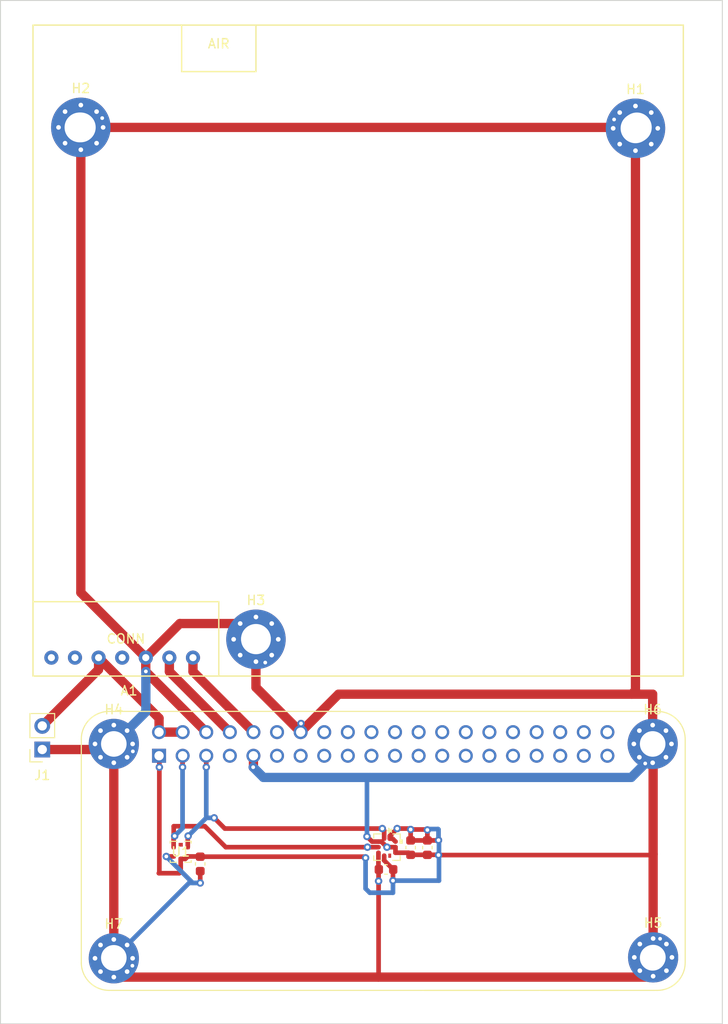
<source format=kicad_pcb>
(kicad_pcb (version 20211014) (generator pcbnew)
  (layers (0 "F.Cu" signal) (31 "B.Cu" signal) (34 "B.Paste" user) (35 "F.Paste" user) (36 "B.SilkS" user "B.Silkscreen") (37 "F.SilkS" user "F.Silkscreen") (38 "B.Mask" user) (39 "F.Mask" user) (44 "Edge.Cuts" user))
  (net 0 "")
  (net 1 "+3V3")
  (net 2 "+5V")
  (net 3 "SDA")
  (net 4 "SCL")
  (net 5 "GND")
  (net 7 "TXPi")
  (net 8 "RXPi")
  (footprint "MountingHole:MountingHole_2.7mm_M2.5_Pad_Via" (layer "F.Cu") (at 170.85 139.55)
    (fp_text reference "H5" (at 0 -3.7) (layer "F.SilkS"))
    (fp_text value "2.75")
    (pad "1" thru_hole circle locked (at -1.431891 -1.431891) (size 0.8 0.8) (drill 0.5) (layers *.Cu *.Mask) (net 5 "GND"))
    (pad "1" thru_hole circle (at -2.025 0) (size 0.8 0.8) (drill 0.5) (layers *.Cu *.Mask) (net 5 "GND"))
    (pad "1" thru_hole circle (at 0 -2.025) (size 0.8 0.8) (drill 0.5) (layers *.Cu *.Mask) (net 5 "GND"))
    (pad "1" thru_hole circle (at 0 2.025) (size 0.8 0.8) (drill 0.5) (layers *.Cu *.Mask) (net 5 "GND"))
    (pad "1" thru_hole circle (at -1.431891 1.431891) (size 0.8 0.8) (drill 0.5) (layers *.Cu *.Mask) (net 5 "GND"))
    (pad "1" thru_hole circle (at 1.431891 1.431891) (size 0.8 0.8) (drill 0.5) (layers *.Cu *.Mask) (net 5 "GND"))
    (pad "1" thru_hole circle (at 2.025 0) (size 0.8 0.8) (drill 0.5) (layers *.Cu *.Mask) (net 5 "GND"))
    (pad "1" thru_hole circle (at 1.431891 -1.431891) (size 0.8 0.8) (drill 0.5) (layers *.Cu *.Mask) (net 5 "GND"))
    (pad "1" thru_hole circle (at 0 0) (size 5.4 5.4) (drill 2.7) (layers *.Cu *.Mask) (net 5 "GND"))
  )
  (footprint "KiCad-OBC:LPS25H" (layer "F.Cu") (at 142.2 127.7 -90)
    (fp_text reference "U2")
    (fp_text value "LPS25H")
    (fp_text user "*" (at -1.778 -0.6 90) (layer "F.SilkS"))
    (fp_text user "*" (at -1.778 -0.6 90) (layer "F.SilkS"))
    (fp_line (start 1.4224 -1.4224) (end 0.933095 -1.4224) (layer "F.SilkS") (width 0.12))
    (fp_line (start 1.4224 1.4224) (end 1.4224 0.633096) (layer "F.SilkS") (width 0.12))
    (fp_line (start -0.933095 -1.4224) (end -1.4224 -1.4224) (layer "F.SilkS") (width 0.12))
    (fp_line (start -1.4224 1.4224) (end -0.933095 1.4224) (layer "F.SilkS") (width 0.12))
    (fp_line (start -1.4224 -1.4224) (end -1.4224 -0.633096) (layer "F.SilkS") (width 0.12))
    (fp_line (start -1.4224 0.633096) (end -1.4224 1.4224) (layer "F.SilkS") (width 0.12))
    (fp_line (start 1.4224 -0.633096) (end 1.4224 -1.4224) (layer "F.SilkS") (width 0.12))
    (fp_line (start 0.933095 1.4224) (end 1.4224 1.4224) (layer "F.SilkS") (width 0.12))
    (fp_poly (pts (xy -0.790499 -1.397) (xy -0.790499 -1.651) (xy -0.409499 -1.651) (xy -0.409499 -1.397)) (layer "F.SilkS") (width 0.1) (fill solid))
    (pad "1" smd rect (at -0.917999 -0.299999) (size 0.3048 0.45) (layers "F.Cu" "F.Paste" "F.Mask") (net 1 "+3V3"))
    (pad "2" smd rect (at -0.917999 0.299999) (size 0.3048 0.45) (layers "F.Cu" "F.Paste" "F.Mask") (net 4 "SCL"))
    (pad "3" smd rect (at -0.599999 0.917999 270) (size 0.3048 0.45) (layers "F.Cu" "F.Paste" "F.Mask") (net 5 "GND"))
    (pad "4" smd rect (at 0 0.917999 270) (size 0.3048 0.45) (layers "F.Cu" "F.Paste" "F.Mask") (net 3 "SDA"))
    (pad "5" smd rect (at 0.599999 0.917999 270) (size 0.3048 0.45) (layers "F.Cu" "F.Paste" "F.Mask") (net 5 "GND"))
    (pad "6" smd rect (at 0.917999 0.299999) (size 0.3048 0.45) (layers "F.Cu" "F.Paste" "F.Mask") (net 1 "+3V3"))
    (pad "7" smd rect (at 0.917999 -0.299999) (size 0.3048 0.45) (layers "F.Cu" "F.Paste" "F.Mask"))
    (pad "8" smd rect (at 0.599999 -0.917999 270) (size 0.3048 0.45) (layers "F.Cu" "F.Paste" "F.Mask") (net 5 "GND"))
    (pad "9" smd rect (at 0 -0.917999 270) (size 0.3048 0.45) (layers "F.Cu" "F.Paste" "F.Mask") (net 5 "GND"))
    (pad "10" smd rect (at -0.599999 -0.917999 270) (size 0.3048 0.45) (layers "F.Cu" "F.Paste" "F.Mask") (net 1 "+3V3"))
  )
  (footprint "Capacitor_SMD:C_0603_1608Metric" (layer "F.Cu") (at 142.1 130.1 180)
    (fp_text reference "C3")
    (fp_text value "100n")
    (fp_line (start -0.14058 0.51) (end 0.14058 0.51) (layer "F.SilkS") (width 0.12))
    (fp_line (start -0.14058 -0.51) (end 0.14058 -0.51) (layer "F.SilkS") (width 0.12))
    (pad "1" smd roundrect (at -0.775 0 180) (size 0.9 0.95) (layers "F.Cu" "F.Paste" "F.Mask") (net 1 "+3V3"))
    (pad "2" smd roundrect (at 0.775 0 180) (size 0.9 0.95) (layers "F.Cu" "F.Paste" "F.Mask") (net 5 "GND"))
  )
  (footprint "MountingHole:MountingHole_3.2mm_M3_Pad_Via" (layer "F.Cu") (at 168.95 50.4)
    (fp_text reference "H1" (at 0 -4.2) (layer "F.SilkS"))
    (fp_text value "3.2")
    (pad "1" thru_hole circle (at -2.4 0) (size 0.8 0.8) (drill 0.5) (layers *.Cu *.Mask) (net 5 "GND"))
    (pad "1" thru_hole circle (at -1.697056 -1.697056) (size 0.8 0.8) (drill 0.5) (layers *.Cu *.Mask) (net 5 "GND"))
    (pad "1" thru_hole circle (at 2.4 0) (size 0.8 0.8) (drill 0.5) (layers *.Cu *.Mask) (net 5 "GND"))
    (pad "1" thru_hole circle (at 0 -2.4) (size 0.8 0.8) (drill 0.5) (layers *.Cu *.Mask) (net 5 "GND"))
    (pad "1" thru_hole circle (at 0 2.4) (size 0.8 0.8) (drill 0.5) (layers *.Cu *.Mask) (net 5 "GND"))
    (pad "1" thru_hole circle (at -1.697056 1.697056) (size 0.8 0.8) (drill 0.5) (layers *.Cu *.Mask) (net 5 "GND"))
    (pad "1" thru_hole circle (at 1.697056 1.697056) (size 0.8 0.8) (drill 0.5) (layers *.Cu *.Mask) (net 5 "GND"))
    (pad "1" thru_hole circle locked (at 0 0) (size 6.4 6.4) (drill 3.2) (layers *.Cu *.Mask) (net 5 "GND"))
    (pad "1" thru_hole circle (at 1.697056 -1.697056) (size 0.8 0.8) (drill 0.5) (layers *.Cu *.Mask) (net 5 "GND"))
  )
  (footprint "MountingHole:MountingHole_3.2mm_M3_Pad_Via" (layer "F.Cu") (at 109.25 50.3)
    (fp_text reference "H2" (at 0 -4.2) (layer "F.SilkS"))
    (fp_text value "3.2")
    (pad "1" thru_hole circle (at -2.4 0) (size 0.8 0.8) (drill 0.5) (layers *.Cu *.Mask) (net 5 "GND"))
    (pad "1" thru_hole circle locked (at 0 0) (size 6.4 6.4) (drill 3.2) (layers *.Cu *.Mask) (net 5 "GND"))
    (pad "1" thru_hole circle (at -1.697056 1.697056) (size 0.8 0.8) (drill 0.5) (layers *.Cu *.Mask) (net 5 "GND"))
    (pad "1" thru_hole circle (at 1.697056 -1.697056) (size 0.8 0.8) (drill 0.5) (layers *.Cu *.Mask) (net 5 "GND"))
    (pad "1" thru_hole circle (at 0 2.4) (size 0.8 0.8) (drill 0.5) (layers *.Cu *.Mask) (net 5 "GND"))
    (pad "1" thru_hole circle (at 2.4 0) (size 0.8 0.8) (drill 0.5) (layers *.Cu *.Mask) (net 5 "GND"))
    (pad "1" thru_hole circle (at -1.697056 -1.697056) (size 0.8 0.8) (drill 0.5) (layers *.Cu *.Mask) (net 5 "GND"))
    (pad "1" thru_hole circle (at 0 -2.4) (size 0.8 0.8) (drill 0.5) (layers *.Cu *.Mask) (net 5 "GND"))
    (pad "1" thru_hole circle (at 1.697056 1.697056) (size 0.8 0.8) (drill 0.5) (layers *.Cu *.Mask) (net 5 "GND"))
  )
  (footprint "KiCad-OBC:HTS221TR" (layer "F.Cu") (at 120 128.2 180)
    (fp_text reference "U1" (at 0 0) (layer "F.SilkS"))
    (fp_text value "HTS221TR")
    (fp_line (start -1.1303 -1.1303) (end -1.1303 -0.930985) (layer "F.SilkS") (width 0.12))
    (fp_line (start -1.1303 0.930985) (end -1.1303 1.1303) (layer "F.SilkS") (width 0.12))
    (fp_line (start 1.1303 1.1303) (end 1.1303 0.930985) (layer "F.SilkS") (width 0.12))
    (fp_line (start 1.1303 -0.930985) (end 1.1303 -1.1303) (layer "F.SilkS") (width 0.12))
    (fp_line (start -1.1303 1.1303) (end -0.430986 1.1303) (layer "F.SilkS") (width 0.12))
    (fp_line (start 0.430986 1.1303) (end 1.1303 1.1303) (layer "F.SilkS") (width 0.12))
    (fp_line (start 1.1303 -1.1303) (end 0.430986 -1.1303) (layer "F.SilkS") (width 0.12))
    (fp_line (start -0.430986 -1.1303) (end -1.1303 -1.1303) (layer "F.SilkS") (width 0.12))
    (pad "1" smd rect (at -0.762 -0.499999 270) (size 0.451612 0.401574) (layers "F.Cu" "F.Paste" "F.Mask") (net 1 "+3V3"))
    (pad "2" smd rect (at -0.762 0.499999 270) (size 0.451612 0.401574) (layers "F.Cu" "F.Paste" "F.Mask") (net 4 "SCL"))
    (pad "3" smd rect (at 0 0.762 180) (size 0.451612 0.401574) (layers "F.Cu" "F.Paste" "F.Mask"))
    (pad "4" smd rect (at 0.762 0.499999 270) (size 0.451612 0.401574) (layers "F.Cu" "F.Paste" "F.Mask") (net 3 "SDA"))
    (pad "5" smd rect (at 0.762 -0.499999 270) (size 0.451612 0.401574) (layers "F.Cu" "F.Paste" "F.Mask") (net 5 "GND"))
    (pad "6" smd rect (at 0 -0.762 180) (size 0.451612 0.401574) (layers "F.Cu" "F.Paste" "F.Mask") (net 1 "+3V3"))
  )
  (footprint "MountingHole:MountingHole_2.7mm_M2.5_Pad_Via" (layer "F.Cu") (at 112.8 116.6)
    (fp_text reference "H4" (at 0 -3.7) (layer "F.SilkS"))
    (fp_text value "2.75")
    (pad "1" thru_hole circle (at 2.025 0) (size 0.8 0.8) (drill 0.5) (layers *.Cu *.Mask) (net 5 "GND"))
    (pad "1" thru_hole circle (at 1.431891 -1.431891) (size 0.8 0.8) (drill 0.5) (layers *.Cu *.Mask) (net 5 "GND"))
    (pad "1" thru_hole circle (at 0 -2.025) (size 0.8 0.8) (drill 0.5) (layers *.Cu *.Mask) (net 5 "GND"))
    (pad "1" thru_hole circle (at -1.431891 1.431891) (size 0.8 0.8) (drill 0.5) (layers *.Cu *.Mask) (net 5 "GND"))
    (pad "1" thru_hole circle locked (at 0 0) (size 5.4 5.4) (drill 2.7) (layers *.Cu *.Mask) (net 5 "GND"))
    (pad "1" thru_hole circle (at -1.431891 -1.431891) (size 0.8 0.8) (drill 0.5) (layers *.Cu *.Mask) (net 5 "GND"))
    (pad "1" thru_hole circle (at 1.431891 1.431891) (size 0.8 0.8) (drill 0.5) (layers *.Cu *.Mask) (net 5 "GND"))
    (pad "1" thru_hole circle (at -2.025 0) (size 0.8 0.8) (drill 0.5) (layers *.Cu *.Mask) (net 5 "GND"))
    (pad "1" thru_hole circle (at 0 2.025) (size 0.8 0.8) (drill 0.5) (layers *.Cu *.Mask) (net 5 "GND"))
  )
  (footprint "Capacitor_SMD:C_0603_1608Metric" (layer "F.Cu") (at 122.1 129.5 -90)
    (fp_text reference "C1")
    (fp_text value "100n")
    (fp_line (start -0.14058 -0.51) (end 0.14058 -0.51) (layer "F.SilkS") (width 0.12))
    (fp_line (start -0.14058 0.51) (end 0.14058 0.51) (layer "F.SilkS") (width 0.12))
    (pad "1" smd roundrect (at -0.775 0 270) (size 0.9 0.95) (layers "F.Cu" "F.Paste" "F.Mask") (net 1 "+3V3"))
    (pad "2" smd roundrect (at 0.775 0 270) (size 0.9 0.95) (layers "F.Cu" "F.Paste" "F.Mask") (net 5 "GND"))
  )
  (footprint "Capacitor_SMD:C_0603_1608Metric" (layer "F.Cu") (at 144.75 127.75 -90)
    (fp_text reference "C4")
    (fp_text value "10n")
    (fp_line (start -0.14058 -0.51) (end 0.14058 -0.51) (layer "F.SilkS") (width 0.12))
    (fp_line (start -0.14058 0.51) (end 0.14058 0.51) (layer "F.SilkS") (width 0.12))
    (pad "1" smd roundrect (at -0.775 0 270) (size 0.9 0.95) (layers "F.Cu" "F.Paste" "F.Mask") (net 1 "+3V3"))
    (pad "2" smd roundrect (at 0.775 0 270) (size 0.9 0.95) (layers "F.Cu" "F.Paste" "F.Mask") (net 5 "GND"))
  )
  (footprint "KiCad-OBC:RPI-ZERO" (layer "F.Cu") (at 141.8 116.6)
    (fp_text reference "A1" (at -27.3566 -5.72581) (layer "F.SilkS") (effects (font (size 1.00189 1.00189))))
    (fp_text value "ADA3708")
    (fp_line (start -32.5 -0.5) (end -32.5 23.5) (layer "F.SilkS") (width 0.127))
    (fp_line (start 17 26.5) (end 25.35 26.5) (layer "F.SilkS") (width 0.127))
    (fp_line (start 4.4 26.5) (end 12.75 26.5) (layer "F.SilkS") (width 0.127))
    (fp_line (start 29.5 -3.5) (end -29.5 -3.5) (layer "F.SilkS") (width 0.127))
    (fp_line (start -29.5 26.5) (end 29.5 26.5) (layer "F.SilkS") (width 0.127))
    (fp_line (start 32.5 23.5) (end 32.5 -0.5) (layer "F.SilkS") (width 0.127))
    (fp_arc (start 32.5 23.5) (mid 31.62132 25.62132) (end 29.5 26.5) (layer "F.SilkS") (width 0.127))
    (fp_arc (start -29.5 26.5) (mid -31.62132 25.62132) (end -32.5 23.5) (layer "F.SilkS") (width 0.127))
    (fp_arc (start -32.5 -0.5) (mid -31.62132 -2.62132) (end -29.5 -3.5) (layer "F.SilkS") (width 0.127))
    (fp_arc (start 29.5 -3.5) (mid 31.62132 -2.62132) (end 32.5 -0.5) (layer "F.SilkS") (width 0.127))
    (pad "" np_thru_hole circle locked (at -29 23) (size 2.75 2.75) (drill 2.75) (layers *.Cu *.Mask))
    (pad "" np_thru_hole circle locked (at -29 0) (size 2.75 2.75) (drill 2.75) (layers *.Cu *.Mask))
    (pad "" np_thru_hole circle locked (at 29 0) (size 2.75 2.75) (drill 2.75) (layers *.Cu *.Mask))
    (pad "" np_thru_hole circle locked (at 29 23) (size 2.75 2.75) (drill 2.75) (layers *.Cu *.Mask))
    (pad "1" thru_hole rect locked (at -24.13 1.27) (size 1.508 1.508) (drill 1) (layers *.Cu *.Mask) (net 1 "+3V3"))
    (pad "2" thru_hole circle locked (at -24.13 -1.27) (size 1.508 1.508) (drill 1) (layers *.Cu *.Mask) (net 2 "+5V"))
    (pad "3" thru_hole circle locked (at -21.59 1.27) (size 1.508 1.508) (drill 1) (layers *.Cu *.Mask) (net 3 "SDA"))
    (pad "4" thru_hole circle locked (at -21.59 -1.27) (size 1.508 1.508) (drill 1) (layers *.Cu *.Mask) (net 2 "+5V"))
    (pad "5" thru_hole circle locked (at -19.05 1.27) (size 1.508 1.508) (drill 1) (layers *.Cu *.Mask) (net 4 "SCL"))
    (pad "6" thru_hole circle locked (at -19.05 -1.27) (size 1.508 1.508) (drill 1) (layers *.Cu *.Mask) (net 5 "GND"))
    (pad "7" thru_hole circle locked (at -16.51 1.27) (size 1.508 1.508) (drill 1) (layers *.Cu *.Mask))
    (pad "8" thru_hole circle locked (at -16.51 -1.27) (size 1.508 1.508) (drill 1) (layers *.Cu *.Mask) (net 7 "TXPi"))
    (pad "9" thru_hole circle locked (at -13.97 1.27) (size 1.508 1.508) (drill 1) (layers *.Cu *.Mask) (net 5 "GND"))
    (pad "10" thru_hole circle locked (at -13.97 -1.27) (size 1.508 1.508) (drill 1) (layers *.Cu *.Mask) (net 8 "RXPi"))
    (pad "11" thru_hole circle locked (at -11.43 1.27) (size 1.508 1.508) (drill 1) (layers *.Cu *.Mask))
    (pad "12" thru_hole circle locked (at -11.43 -1.27) (size 1.508 1.508) (drill 1) (layers *.Cu *.Mask))
    (pad "13" thru_hole circle locked (at -8.89 1.27) (size 1.508 1.508) (drill 1) (layers *.Cu *.Mask))
    (pad "14" thru_hole circle locked (at -8.89 -1.27) (size 1.508 1.508) (drill 1) (layers *.Cu *.Mask) (net 5 "GND"))
    (pad "15" thru_hole circle locked (at -6.35 1.27) (size 1.508 1.508) (drill 1) (layers *.Cu *.Mask))
    (pad "16" thru_hole circle locked (at -6.35 -1.27) (size 1.508 1.508) (drill 1) (layers *.Cu *.Mask))
    (pad "17" thru_hole circle locked (at -3.81 1.27) (size 1.508 1.508) (drill 1) (layers *.Cu *.Mask))
    (pad "18" thru_hole circle locked (at -3.81 -1.27) (size 1.508 1.508) (drill 1) (layers *.Cu *.Mask))
    (pad "19" thru_hole circle locked (at -1.27 1.27) (size 1.508 1.508) (drill 1) (layers *.Cu *.Mask))
    (pad "20" thru_hole circle locked (at -1.27 -1.27) (size 1.508 1.508) (drill 1) (layers *.Cu *.Mask))
    (pad "21" thru_hole circle locked (at 1.27 1.27) (size 1.508 1.508) (drill 1) (layers *.Cu *.Mask))
    (pad "22" thru_hole circle locked (at 1.27 -1.27) (size 1.508 1.508) (drill 1) (layers *.Cu *.Mask))
    (pad "23" thru_hole circle locked (at 3.81 1.27) (size 1.508 1.508) (drill 1) (layers *.Cu *.Mask))
    (pad "24" thru_hole circle locked (at 3.81 -1.27) (size 1.508 1.508) (drill 1) (layers *.Cu *.Mask))
    (pad "25" thru_hole circle locked (at 6.35 1.27) (size 1.508 1.508) (drill 1) (layers *.Cu *.Mask))
    (pad "26" thru_hole circle locked (at 6.35 -1.27) (size 1.508 1.508) (drill 1) (layers *.Cu *.Mask))
    (pad "27" thru_hole circle locked (at 8.89 1.27) (size 1.508 1.508) (drill 1) (layers *.Cu *.Mask))
    (pad "28" thru_hole circle locked (at 8.89 -1.27) (size 1.508 1.508) (drill 1) (layers *.Cu *.Mask))
    (pad "29" thru_hole circle locked (at 11.43 1.27) (size 1.508 1.508) (drill 1) (layers *.Cu *.Mask))
    (pad "30" thru_hole circle locked (at 11.43 -1.27) (size 1.508 1.508) (drill 1) (layers *.Cu *.Mask))
    (pad "31" thru_hole circle locked (at 13.97 1.27) (size 1.508 1.508) (drill 1) (layers *.Cu *.Mask))
    (pad "32" thru_hole circle locked (at 13.97 -1.27) (size 1.508 1.508) (drill 1) (layers *.Cu *.Mask))
    (pad "33" thru_hole circle locked (at 16.51 1.27) (size 1.508 1.508) (drill 1) (layers *.Cu *.Mask))
    (pad "34" thru_hole circle locked (at 16.51 -1.27) (size 1.508 1.508) (drill 1) (layers *.Cu *.Mask))
    (pad "35" thru_hole circle locked (at 19.05 1.27) (size 1.508 1.508) (drill 1) (layers *.Cu *.Mask))
    (pad "36" thru_hole circle locked (at 19.05 -1.27) (size 1.508 1.508) (drill 1) (layers *.Cu *.Mask))
    (pad "37" thru_hole circle locked (at 21.59 1.27) (size 1.508 1.508) (drill 1) (layers *.Cu *.Mask))
    (pad "38" thru_hole circle locked (at 21.59 -1.27) (size 1.508 1.508) (drill 1) (layers *.Cu *.Mask))
    (pad "39" thru_hole circle locked (at 24.13 1.27) (size 1.508 1.508) (drill 1) (layers *.Cu *.Mask))
    (pad "40" thru_hole circle locked (at 24.13 -1.27) (size 1.508 1.508) (drill 1) (layers *.Cu *.Mask))
  )
  (footprint "Connector_PinSocket_2.54mm:PinSocket_1x02_P2.54mm_Vertical" (layer "F.Cu") (at 105.1 117.2 180)
    (fp_text reference "J1" (at 0 -2.77) (layer "F.SilkS"))
    (fp_text value "PWR")
    (fp_line (start -1.33 1.27) (end 1.33 1.27) (layer "F.SilkS") (width 0.12))
    (fp_line (start 1.33 1.27) (end 1.33 3.87) (layer "F.SilkS") (width 0.12))
    (fp_line (start -1.33 3.87) (end 1.33 3.87) (layer "F.SilkS") (width 0.12))
    (fp_line (start 1.33 -1.33) (end 1.33 0) (layer "F.SilkS") (width 0.12))
    (fp_line (start -1.33 1.27) (end -1.33 3.87) (layer "F.SilkS") (width 0.12))
    (fp_line (start 0 -1.33) (end 1.33 -1.33) (layer "F.SilkS") (width 0.12))
    (pad "1" thru_hole rect (at 0 0 180) (size 1.7 1.7) (drill 1) (layers *.Cu *.Mask) (net 5 "GND"))
    (pad "2" thru_hole oval (at 0 2.54 180) (size 1.7 1.7) (drill 1) (layers *.Cu *.Mask) (net 2 "+5V"))
  )
  (footprint "MountingHole:MountingHole_3.2mm_M3_Pad_Via" (layer "F.Cu") (at 128.1 105.35)
    (fp_text reference "H3" (at 0 -4.2) (layer "F.SilkS"))
    (fp_text value "3.2")
    (pad "1" thru_hole circle (at -1.697056 -1.697056) (size 0.8 0.8) (drill 0.5) (layers *.Cu *.Mask) (net 5 "GND"))
    (pad "1" thru_hole circle locked (at 0 0) (size 6.4 6.4) (drill 3.2) (layers *.Cu *.Mask) (net 5 "GND"))
    (pad "1" thru_hole circle (at 1.697056 1.697056) (size 0.8 0.8) (drill 0.5) (layers *.Cu *.Mask) (net 5 "GND"))
    (pad "1" thru_hole circle (at 0 2.4) (size 0.8 0.8) (drill 0.5) (layers *.Cu *.Mask) (net 5 "GND"))
    (pad "1" thru_hole circle (at 1.697056 -1.697056) (size 0.8 0.8) (drill 0.5) (layers *.Cu *.Mask) (net 5 "GND"))
    (pad "1" thru_hole circle (at -1.697056 1.697056) (size 0.8 0.8) (drill 0.5) (layers *.Cu *.Mask) (net 5 "GND"))
    (pad "1" thru_hole circle (at 2.4 0) (size 0.8 0.8) (drill 0.5) (layers *.Cu *.Mask) (net 5 "GND"))
    (pad "1" thru_hole circle (at 0 -2.4) (size 0.8 0.8) (drill 0.5) (layers *.Cu *.Mask) (net 5 "GND"))
    (pad "1" thru_hole circle (at -2.4 0) (size 0.8 0.8) (drill 0.5) (layers *.Cu *.Mask) (net 5 "GND"))
  )
  (footprint "MountingHole:MountingHole_2.7mm_M2.5_Pad_Via" (layer "F.Cu") (at 170.8 116.6)
    (fp_text reference "H6" (at 0 -3.7) (layer "F.SilkS"))
    (fp_text value "2.75")
    (pad "1" thru_hole circle (at 1.431891 1.431891) (size 0.8 0.8) (drill 0.5) (layers *.Cu *.Mask) (net 5 "GND"))
    (pad "1" thru_hole circle (at -1.431891 -1.431891) (size 0.8 0.8) (drill 0.5) (layers *.Cu *.Mask) (net 5 "GND"))
    (pad "1" thru_hole circle (at 0 -2.025) (size 0.8 0.8) (drill 0.5) (layers *.Cu *.Mask) (net 5 "GND"))
    (pad "1" thru_hole circle (at -2.025 0) (size 0.8 0.8) (drill 0.5) (layers *.Cu *.Mask) (net 5 "GND"))
    (pad "1" thru_hole circle (at -1.431891 1.431891) (size 0.8 0.8) (drill 0.5) (layers *.Cu *.Mask) (net 5 "GND"))
    (pad "1" thru_hole circle locked (at 0 0) (size 5.4 5.4) (drill 2.7) (layers *.Cu *.Mask) (net 5 "GND"))
    (pad "1" thru_hole circle (at 2.025 0) (size 0.8 0.8) (drill 0.5) (layers *.Cu *.Mask) (net 5 "GND"))
    (pad "1" thru_hole circle (at 0 2.025) (size 0.8 0.8) (drill 0.5) (layers *.Cu *.Mask) (net 5 "GND"))
    (pad "1" thru_hole circle (at 1.431891 -1.431891) (size 0.8 0.8) (drill 0.5) (layers *.Cu *.Mask) (net 5 "GND"))
  )
  (footprint "MountingHole:MountingHole_2.7mm_M2.5_Pad_Via" (layer "F.Cu") (at 112.8 139.65)
    (fp_text reference "H7" (at 0 -3.7) (layer "F.SilkS"))
    (fp_text value "2.75")
    (pad "1" thru_hole circle locked (at 0 0) (size 5.4 5.4) (drill 2.7) (layers *.Cu *.Mask) (net 5 "GND"))
    (pad "1" thru_hole circle (at 0 2.025) (size 0.8 0.8) (drill 0.5) (layers *.Cu *.Mask) (net 5 "GND"))
    (pad "1" thru_hole circle (at 2.025 0) (size 0.8 0.8) (drill 0.5) (layers *.Cu *.Mask) (net 5 "GND"))
    (pad "1" thru_hole circle (at -2.025 0) (size 0.8 0.8) (drill 0.5) (layers *.Cu *.Mask) (net 5 "GND"))
    (pad "1" thru_hole circle (at 1.431891 -1.431891) (size 0.8 0.8) (drill 0.5) (layers *.Cu *.Mask) (net 5 "GND"))
    (pad "1" thru_hole circle (at -1.431891 1.431891) (size 0.8 0.8) (drill 0.5) (layers *.Cu *.Mask) (net 5 "GND"))
    (pad "1" thru_hole circle (at 0 -2.025) (size 0.8 0.8) (drill 0.5) (layers *.Cu *.Mask) (net 5 "GND"))
    (pad "1" thru_hole circle (at -1.431891 -1.431891) (size 0.8 0.8) (drill 0.5) (layers *.Cu *.Mask) (net 5 "GND"))
    (pad "1" thru_hole circle (at 1.431891 1.431891) (size 0.8 0.8) (drill 0.5) (layers *.Cu *.Mask) (net 5 "GND"))
  )
  (footprint "Capacitor_SMD:C_0603_1608Metric" (layer "F.Cu") (at 146.55 127.75 -90)
    (fp_text reference "C2")
    (fp_text value "100n")
    (fp_line (start -0.14058 -0.51) (end 0.14058 -0.51) (layer "F.SilkS") (width 0.12))
    (fp_line (start -0.14058 0.51) (end 0.14058 0.51) (layer "F.SilkS") (width 0.12))
    (pad "1" smd roundrect (at -0.775 0 270) (size 0.9 0.95) (layers "F.Cu" "F.Paste" "F.Mask") (net 1 "+3V3"))
    (pad "2" smd roundrect (at 0.775 0 270) (size 0.9 0.95) (layers "F.Cu" "F.Paste" "F.Mask") (net 5 "GND"))
  )
  (footprint "KiCad-OBC:SDS011" (layer "F.Cu") (at 139.1 74.3 90)
    (fp_text reference "U3")
    (fp_text value "SDS011")
    (fp_text user "AIR" (at 33 -15) (layer "F.SilkS"))
    (fp_text user "CONN" (at -31 -25) (layer "F.SilkS"))
    (fp_line (start 30 -11) (end 30 -19) (layer "F.SilkS") (width 0.15))
    (fp_line (start -35 -35) (end 35 -35) (layer "F.SilkS") (width 0.15))
    (fp_line (start 35 -35) (end 35 35) (layer "F.SilkS") (width 0.15))
    (fp_line (start 35 -11) (end 30 -11) (layer "F.SilkS") (width 0.15))
    (fp_line (start -27 -35) (end -27 -15) (layer "F.SilkS") (width 0.15))
    (fp_line (start -27 -15) (end -35 -15) (layer "F.SilkS") (width 0.15))
    (fp_line (start 35 35) (end -35 35) (layer "F.SilkS") (width 0.15))
    (fp_line (start -35 35) (end -35 -35) (layer "F.SilkS") (width 0.15))
    (fp_line (start 30 -19) (end 35 -19) (layer "F.SilkS") (width 0.15))
    (pad "" np_thru_hole circle locked (at 24 -30 180) (size 5 5) (drill 3.2) (layers *.Cu *.Mask))
    (pad "" np_thru_hole circle locked (at 24 30 180) (size 5 5) (drill 3.2) (layers *.Cu *.Mask))
    (pad "" np_thru_hole circle locked (at -31 -11 180) (size 5 5) (drill 3.2) (layers *.Cu *.Mask))
    (pad "1" thru_hole circle locked (at -33.02 -33.02 90) (size 1.524 1.524) (drill 0.762) (layers *.Cu *.Mask))
    (pad "2" thru_hole circle locked (at -33.02 -30.48 90) (size 1.524 1.524) (drill 0.762) (layers *.Cu *.Mask))
    (pad "3" thru_hole circle locked (at -33.02 -27.94 90) (size 1.524 1.524) (drill 0.762) (layers *.Cu *.Mask) (net 2 "+5V"))
    (pad "4" thru_hole circle locked (at -33.02 -25.4 90) (size 1.524 1.524) (drill 0.762) (layers *.Cu *.Mask))
    (pad "5" thru_hole circle locked (at -33.02 -22.86 90) (size 1.524 1.524) (drill 0.762) (layers *.Cu *.Mask) (net 5 "GND"))
    (pad "6" thru_hole circle locked (at -33.02 -20.32 90) (size 1.524 1.524) (drill 0.762) (layers *.Cu *.Mask) (net 7 "TXPi"))
    (pad "7" thru_hole circle locked (at -33.02 -17.78 90) (size 1.524 1.524) (drill 0.762) (layers *.Cu *.Mask) (net 8 "RXPi"))
  )
  (gr_rect (start 100.6 36.65) (end 178.3 146.7) (layer "Edge.Cuts") (width 0.1) (fill none))
  (segment (start 146.55 126.975) (end 147.725 126.975) (width 0.5) (layer "F.Cu") (net 1))
  (segment (start 144.65 125.7) (end 144.75 125.8) (width 0.5) (layer "F.Cu") (net 1))
  (segment (start 122.074999 128.699999) (end 122.1 128.725) (width 0.5) (layer "F.Cu") (net 1))
  (segment (start 120.499999 128.962) (end 120.762 128.699999) (width 0.5) (layer "F.Cu") (net 1))
  (segment (start 117.7 117.9) (end 117.67 117.87) (width 0.5) (layer "F.Cu") (net 1))
  (segment (start 141.900001 129.125001) (end 142.875 130.1) (width 0.5) (layer "F.Cu") (net 1))
  (segment (start 146.5 125.8) (end 146.55 125.85) (width 0.5) (layer "F.Cu") (net 1))
  (segment (start 142.85 130.125) (end 142.875 130.1) (width 0.5) (layer "F.Cu") (net 1))
  (segment (start 141.900001 128.617999) (end 141.900001 129.125001) (width 0.5) (layer "F.Cu") (net 1))
  (segment (start 120 130.35) (end 120 128.962) (width 0.5) (layer "F.Cu") (net 1))
  (segment (start 120 128.962) (end 120.499999 128.962) (width 0.5) (layer "F.Cu") (net 1))
  (segment (start 117.7 119.1) (end 117.7 130.45) (width 0.5) (layer "F.Cu") (net 1))
  (segment (start 144.75 126.975) (end 146.55 126.975) (width 0.5) (layer "F.Cu") (net 1))
  (segment (start 142.85 131.3) (end 142.85 130.125) (width 0.5) (layer "F.Cu") (net 1))
  (segment (start 117.7 130.45) (end 117.65 130.5) (width 0.5) (layer "F.Cu") (net 1))
  (segment (start 122.1 128.725) (end 139.775 128.725) (width 0.5) (layer "F.Cu") (net 1))
  (segment (start 142.499999 126.782001) (end 142.499999 126.500001) (width 0.5) (layer "F.Cu") (net 1))
  (segment (start 119.85 130.5) (end 120 130.35) (width 0.5) (layer "F.Cu") (net 1))
  (segment (start 117.7 119.1) (end 117.7 117.9) (width 0.5) (layer "F.Cu") (net 1))
  (segment (start 120.762 128.699999) (end 122.074999 128.699999) (width 0.5) (layer "F.Cu") (net 1))
  (segment (start 146.55 126.975) (end 146.55 125.85) (width 0.5) (layer "F.Cu") (net 1))
  (segment (start 144.75 125.8) (end 146.5 125.8) (width 0.5) (layer "F.Cu") (net 1))
  (segment (start 143.3 125.7) (end 144.65 125.7) (width 0.5) (layer "F.Cu") (net 1))
  (segment (start 147.725 126.975) (end 147.75 126.95) (width 0.5) (layer "F.Cu") (net 1))
  (segment (start 142.499999 126.500001) (end 143.3 125.7) (width 0.5) (layer "F.Cu") (net 1))
  (segment (start 142.799999 126.782001) (end 143.117999 127.100001) (width 0.5) (layer "F.Cu") (net 1))
  (segment (start 117.65 130.5) (end 119.85 130.5) (width 0.5) (layer "F.Cu") (net 1))
  (segment (start 139.775 128.725) (end 139.9 128.85) (width 0.5) (layer "F.Cu") (net 1))
  (segment (start 142.499999 126.782001) (end 142.799999 126.782001) (width 0.5) (layer "F.Cu") (net 1))
  (segment (start 144.75 126.975) (end 144.75 125.8) (width 0.5) (layer "F.Cu") (net 1))
  (via (at 142.85 131.3) (size 0.8) (drill 0.4) (layers "F.Cu" "B.Cu") (net 1))
  (via (at 144.75 125.8) (size 0.8) (drill 0.4) (layers "F.Cu" "B.Cu") (net 1))
  (via (at 147.75 126.95) (size 0.8) (drill 0.4) (layers "F.Cu" "B.Cu") (net 1))
  (via (at 139.9 128.85) (size 0.8) (drill 0.4) (layers "F.Cu" "B.Cu") (net 1))
  (via (at 143.3 125.7) (size 0.8) (drill 0.4) (layers "F.Cu" "B.Cu") (net 1))
  (via (at 117.7 119.1) (size 0.8) (drill 0.4) (layers "F.Cu" "B.Cu") (net 1))
  (via (at 146.55 125.85) (size 0.8) (drill 0.4) (layers "F.Cu" "B.Cu") (net 1))
  (segment (start 147.8 131.3) (end 147.8 127) (width 0.5) (layer "B.Cu") (net 1))
  (segment (start 146.55 125.85) (end 146.65 125.85) (width 0.5) (layer "B.Cu") (net 1))
  (segment (start 147.75 126.95) (end 147.75 125.8) (width 0.5) (layer "B.Cu") (net 1))
  (segment (start 142.85 132.6) (end 142.85 131.3) (width 0.5) (layer "B.Cu") (net 1))
  (segment (start 147.75 125.8) (end 147.7 125.75) (width 0.5) (layer "B.Cu") (net 1))
  (segment (start 140.35 132.6) (end 142.85 132.6) (width 0.5) (layer "B.Cu") (net 1))
  (segment (start 147.7 125.75) (end 146.65 125.75) (width 0.5) (layer "B.Cu") (net 1))
  (segment (start 142.85 131.3) (end 147.8 131.3) (width 0.5) (layer "B.Cu") (net 1))
  (segment (start 147.8 127) (end 147.75 126.95) (width 0.5) (layer "B.Cu") (net 1))
  (segment (start 139.9 128.85) (end 139.9 132.15) (width 0.5) (layer "B.Cu") (net 1))
  (segment (start 146.65 125.75) (end 146.55 125.85) (width 0.5) (layer "B.Cu") (net 1))
  (segment (start 139.9 132.15) (end 140.35 132.6) (width 0.5) (layer "B.Cu") (net 1))
  (segment (start 117.67 115.33) (end 120.21 115.33) (width 1) (layer "F.Cu") (net 2))
  (segment (start 111.16 107.32) (end 111.16 108.6) (width 1) (layer "F.Cu") (net 2))
  (segment (start 117.67 115.33) (end 117.67 113.83) (width 1) (layer "F.Cu") (net 2))
  (segment (start 111.16 108.6) (end 105.1 114.66) (width 1) (layer "F.Cu") (net 2))
  (segment (start 117.67 113.83) (end 111.16 107.32) (width 1) (layer "F.Cu") (net 2))
  (segment (start 122.6 125.45) (end 119.25 125.45) (width 0.5) (layer "F.Cu") (net 3))
  (segment (start 119.238 126.612) (end 119.35 126.5) (width 0.5) (layer "F.Cu") (net 3))
  (segment (start 120.2 119.1) (end 120.2 117.88) (width 0.5) (layer "F.Cu") (net 3))
  (segment (start 124.85 127.7) (end 122.6 125.45) (width 0.5) (layer "F.Cu") (net 3))
  (segment (start 141.282001 127.7) (end 140.1 127.7) (width 0.5) (layer "F.Cu") (net 3))
  (segment (start 119.25 125.45) (end 119.25 126.4) (width 0.5) (layer "F.Cu") (net 3))
  (segment (start 120.2 117.88) (end 120.21 117.87) (width 0.5) (layer "F.Cu") (net 3))
  (segment (start 140.1 127.7) (end 124.85 127.7) (width 0.5) (layer "F.Cu") (net 3))
  (segment (start 119.238 127.700001) (end 119.238 126.612) (width 0.5) (layer "F.Cu") (net 3))
  (segment (start 119.25 126.4) (end 119.35 126.5) (width 0.5) (layer "F.Cu") (net 3))
  (via (at 119.35 126.5) (size 0.8) (drill 0.4) (layers "F.Cu" "B.Cu") (net 3))
  (via (at 140.1 127.7) (size 0.8) (drill 0.4) (layers "F.Cu" "B.Cu") (net 3))
  (via (at 120.2 119.1) (size 0.8) (drill 0.4) (layers "F.Cu" "B.Cu") (net 3))
  (segment (start 120.2 125.65) (end 119.35 126.5) (width 0.5) (layer "B.Cu") (net 3))
  (segment (start 120.2 119.1) (end 120.2 125.65) (width 0.5) (layer "B.Cu") (net 3))
  (segment (start 120.762 127.700001) (end 120.762 126.538) (width 0.5) (layer "F.Cu") (net 4))
  (segment (start 141.900001 126.782001) (end 141.900001 125.900001) (width 0.5) (layer "F.Cu") (net 4))
  (segment (start 124.75 125.7) (end 123.6 124.55) (width 0.5) (layer "F.Cu") (net 4))
  (segment (start 141.7 125.7) (end 124.75 125.7) (width 0.5) (layer "F.Cu") (net 4))
  (segment (start 120.762 126.538) (end 120.8 126.5) (width 0.5) (layer "F.Cu") (net 4))
  (segment (start 141.900001 125.900001) (end 141.7 125.7) (width 0.5) (layer "F.Cu") (net 4))
  (segment (start 122.75 119.1) (end 122.75 117.87) (width 0.5) (layer "F.Cu") (net 4))
  (via (at 123.6 124.55) (size 0.8) (drill 0.4) (layers "F.Cu" "B.Cu") (net 4))
  (via (at 141.7 125.7) (size 0.8) (drill 0.4) (layers "F.Cu" "B.Cu") (net 4))
  (via (at 120.8 126.5) (size 0.8) (drill 0.4) (layers "F.Cu" "B.Cu") (net 4))
  (via (at 122.75 119.1) (size 0.8) (drill 0.4) (layers "F.Cu" "B.Cu") (net 4))
  (segment (start 122.75 124.55) (end 120.8 126.5) (width 0.5) (layer "B.Cu") (net 4))
  (segment (start 123.6 124.55) (end 122.75 124.55) (width 0.5) (layer "B.Cu") (net 4))
  (segment (start 122.75 119.1) (end 122.75 124.55) (width 0.5) (layer "B.Cu") (net 4))
  (segment (start 142.2 127.7) (end 143.117999 127.7) (width 0.5) (layer "F.Cu") (net 5))
  (segment (start 147.725 128.525) (end 147.75 128.55) (width 0.5) (layer "F.Cu") (net 5))
  (segment (start 171.6 137.55) (end 170.875 137.55) (width 1) (layer "F.Cu") (net 5))
  (segment (start 105.1 117.2) (end 112.2 117.2) (width 1) (layer "F.Cu") (net 5))
  (segment (start 109.25 50.3) (end 109.25 100.33) (width 1) (layer "F.Cu") (net 5))
  (segment (start 168.95 110.85) (end 168.55 111.25) (width 1) (layer "F.Cu") (net 5))
  (segment (start 141.282001 128.299999) (end 141.282001 130.057001) (width 0.5) (layer "F.Cu") (net 5))
  (segment (start 168.95 52.8) (end 168.95 110.85) (width 1) (layer "F.Cu") (net 5))
  (segment (start 116.24 107.32) (end 119.907056 103.652944) (width 1) (layer "F.Cu") (net 5))
  (segment (start 147.75 128.55) (end 170.75 128.55) (width 0.5) (layer "F.Cu") (net 5))
  (segment (start 141.3 130.125) (end 141.325 130.1) (width 0.5) (layer "F.Cu") (net 5))
  (segment (start 141.282001 127.100001) (end 141.600001 127.100001) (width 0.5) (layer "F.Cu") (net 5))
  (segment (start 127.83 117.87) (end 127.83 119.07) (width 1) (layer "F.Cu") (net 5))
  (segment (start 141.3 131.35) (end 141.3 130.125) (width 0.5) (layer "F.Cu") (net 5))
  (segment (start 136.99 111.25) (end 132.91 115.33) (width 1) (layer "F.Cu") (net 5))
  (segment (start 127.83 119.07) (end 127.8 119.1) (width 1) (layer "F.Cu") (net 5))
  (segment (start 143.117999 127.7) (end 143.117999 128.299999) (width 0.5) (layer "F.Cu") (net 5))
  (segment (start 170.8 116.6) (end 170.8 111.25) (width 1) (layer "F.Cu") (net 5))
  (segment (start 168.55 111.25) (end 136.99 111.25) (width 1) (layer "F.Cu") (net 5))
  (segment (start 170.85 128.45) (end 170.85 118.675) (width 1) (layer "F.Cu") (net 5))
  (segment (start 129.1 107.85) (end 129.1 107.744112) (width 1) (layer "F.Cu") (net 5))
  (segment (start 128.1 107.75) (end 128.1 110.52) (width 1) (layer "F.Cu") (net 5))
  (segment (start 170.85 137.525) (end 170.85 128.45) (width 1) (layer "F.Cu") (net 5))
  (segment (start 140.05 126.55) (end 140.600001 127.100001) (width 0.5) (layer "F.Cu") (net 5))
  (segment (start 119.907056 103.652944) (end 126.402944 103.652944) (width 1) (layer "F.Cu") (net 5))
  (segment (start 116.24 108.82) (end 122.75 115.33) (width 1) (layer "F.Cu") (net 5))
  (segment (start 140.600001 127.100001) (end 141.282001 127.100001) (width 0.5) (layer "F.Cu") (net 5))
  (segment (start 116.24 107.32) (end 116.24 108.82) (width 1) (layer "F.Cu") (net 5))
  (segment (start 141.282001 130.057001) (end 141.325 130.1) (width 0.5) (layer "F.Cu") (net 5))
  (segment (start 144.75 128.525) (end 146.55 128.525) (width 0.5) (layer "F.Cu") (net 5))
  (segment (start 170.75 128.55) (end 170.85 128.45) (width 0.5) (layer "F.Cu") (net 5))
  (segment (start 146.55 128.525) (end 147.725 128.525) (width 0.5) (layer "F.Cu") (net 5))
  (segment (start 141.3 131.35) (end 141.3 141.65) (width 0.5) (layer "F.Cu") (net 5))
  (segment (start 141.600001 127.100001) (end 142.2 127.7) (width 0.5) (layer "F.Cu") (net 5))
  (segment (start 170.8 111.25) (end 168.55 111.25) (width 1) (layer "F.Cu") (net 5))
  (segment (start 109.25 100.33) (end 116.24 107.32) (width 1) (layer "F.Cu") (net 5))
  (segment (start 141.3 141.65) (end 141.275 141.675) (width 0.5) (layer "F.Cu") (net 5))
  (segment (start 122.1 131.55) (end 122.1 130.275) (width 0.5) (layer "F.Cu") (net 5))
  (segment (start 118.45 128.7) (end 119.238 128.699999) (width 0.5) (layer "F.Cu") (net 5))
  (segment (start 111.65 50.3) (end 166.45 50.3) (width 1) (layer "F.Cu") (net 5))
  (segment (start 112.8 118.625) (end 112.8 137.625) (width 1) (layer "F.Cu") (net 5))
  (segment (start 128.1 110.52) (end 132.91 115.33) (width 1) (layer "F.Cu") (net 5))
  (segment (start 129.1 107.744112) (end 129.797056 107.047056) (width 1) (layer "F.Cu") (net 5))
  (segment (start 144.524999 128.299999) (end 144.75 128.525) (width 0.5) (layer "F.Cu") (net 5))
  (segment (start 112.8 141.675) (end 141.275 141.675) (width 1) (layer "F.Cu") (net 5))
  (segment (start 170.85 118.675) (end 170.8 118.625) (width 1) (layer "F.Cu") (net 5))
  (segment (start 166.45 50.3) (end 166.55 50.4) (width 1) (layer "F.Cu") (net 5))
  (segment (start 141.275 141.675) (end 170.75 141.675) (width 1) (layer "F.Cu") (net 5))
  (segment (start 143.117999 128.299999) (end 144.524999 128.299999) (width 0.5) (layer "F.Cu") (net 5))
  (segment (start 170.875 137.55) (end 170.85 137.525) (width 1) (layer "F.Cu") (net 5))
  (segment (start 112.2 117.2) (end 112.8 116.6) (width 1) (layer "F.Cu") (net 5))
  (segment (start 170.75 141.675) (end 170.85 141.575) (width 1) (layer "F.Cu") (net 5))
  (via (at 114.8 140.45) (size 0.8) (drill 0.4) (layers "F.Cu" "B.Cu") (net 5))
  (via (at 127.8 119.1) (size 0.8) (drill 0.4) (layers "F.Cu" "B.Cu") (net 5))
  (via (at 122.1 131.55) (size 0.8) (drill 0.4) (layers "F.Cu" "B.Cu") (net 5))
  (via (at 142.2 127.7) (size 0.8) (drill 0.4) (layers "F.Cu" "B.Cu") (net 5))
  (via (at 132.95 114.4) (size 0.8) (drill 0.4) (layers "F.Cu" "B.Cu") (net 5))
  (via (at 111.55 49.3) (size 0.8) (drill 0.4) (layers "F.Cu" "B.Cu") (net 5))
  (via (at 141.3 131.35) (size 0.8) (drill 0.4) (layers "F.Cu" "B.Cu") (net 5))
  (via (at 166.65 49.45) (size 0.8) (drill 0.4) (layers "F.Cu" "B.Cu") (net 5))
  (via (at 129.1 107.85) (size 0.8) (drill 0.4) (layers "F.Cu" "B.Cu") (net 5))
  (via (at 171.6 137.55) (size 0.8) (drill 0.4) (layers "F.Cu" "B.Cu") (net 5))
  (via (at 147.75 128.55) (size 0.8) (drill 0.4) (layers "F.Cu" "B.Cu") (net 5))
  (via (at 114.85 117.4) (size 0.8) (drill 0.4) (layers "F.Cu" "B.Cu") (net 5))
  (via (at 170 118.7) (size 0.8) (drill 0.4) (layers "F.Cu" "B.Cu") (net 5))
  (via (at 116.25 108.8) (size 0.8) (drill 0.4) (layers "F.Cu" "B.Cu") (net 5))
  (via (at 118.45 128.7) (size 0.8) (drill 0.4) (layers "F.Cu" "B.Cu") (net 5))
  (via (at 140.05 126.55) (size 0.8) (drill 0.4) (layers "F.Cu" "B.Cu") (net 5))
  (segment (start 128.9 120.2) (end 127.8 119.1) (width 1) (layer "B.Cu") (net 5))
  (segment (start 170.725 118.7) (end 170.8 118.625) (width 1) (layer "B.Cu") (net 5))
  (segment (start 114.825 139.65) (end 114.825 140.425) (width 1) (layer "B.Cu") (net 5))
  (segment (start 116.25 108.8) (end 116.25 113.15) (width 1) (layer "B.Cu") (net 5))
  (segment (start 114.85 117.4) (end 114.85 116.625) (width 1) (layer "B.Cu") (net 5))
  (segment (start 122.1 131.55) (end 121.3 131.55) (width 0.5) (layer "B.Cu") (net 5))
  (segment (start 171.713782 137.55) (end 172.281891 138.118109) (width 1) (layer "B.Cu") (net 5))
  (segment (start 114.85 116.625) (end 114.825 116.6) (width 1) (layer "B.Cu") (net 5))
  (segment (start 171.6 137.55) (end 171.713782 137.55) (width 1) (layer "B.Cu") (net 5))
  (segment (start 140.05 120.55) (end 140.4 120.2) (width 0.5) (layer "B.Cu") (net 5))
  (segment (start 140.4 120.2) (end 128.9 120.2) (width 1) (layer "B.Cu") (net 5))
  (segment (start 140.05 126.55) (end 140.05 120.55) (width 0.5) (layer "B.Cu") (net 5))
  (segment (start 120.9 131.55) (end 114.231891 138.218109) (width 0.5) (layer "B.Cu") (net 5))
  (segment (start 116.25 113.15) (end 114.231891 115.168109) (width 1) (layer "B.Cu") (net 5))
  (segment (start 114.825 140.425) (end 114.8 140.45) (width 1) (layer "B.Cu") (net 5))
  (segment (start 168.5 120.2) (end 140.4 120.2) (width 1) (layer "B.Cu") (net 5))
  (segment (start 122.1 131.55) (end 120.9 131.55) (width 0.5) (layer "B.Cu") (net 5))
  (segment (start 170 118.7) (end 168.5 120.2) (width 1) (layer "B.Cu") (net 5))
  (segment (start 121.3 131.55) (end 118.45 128.7) (width 0.5) (layer "B.Cu") (net 5))
  (segment (start 170 118.7) (end 170.725 118.7) (width 1) (layer "B.Cu") (net 5))
  (segment (start 118.78 108.82) (end 125.29 115.33) (width 1) (layer "F.Cu") (net 7))
  (segment (start 118.78 107.32) (end 118.78 108.82) (width 1) (layer "F.Cu") (net 7))
  (segment (start 121.32 108.82) (end 127.83 115.33) (width 1) (layer "F.Cu") (net 8))
  (segment (start 121.32 107.32) (end 121.32 108.82) (width 1) (layer "F.Cu") (net 8))
)
</source>
